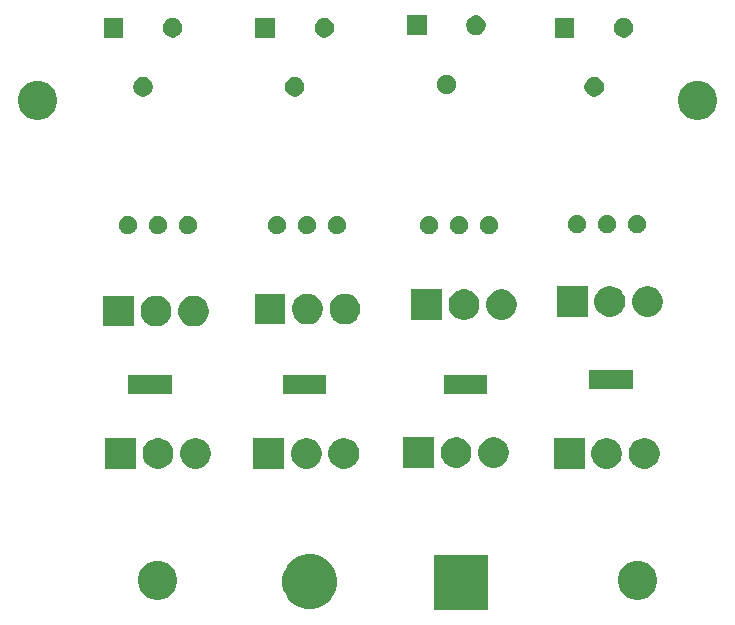
<source format=gbr>
G04 #@! TF.GenerationSoftware,KiCad,Pcbnew,(5.1.2)-1*
G04 #@! TF.CreationDate,2019-06-07T19:51:13-04:00*
G04 #@! TF.ProjectId,version-0-2,76657273-696f-46e2-9d30-2d322e6b6963,rev?*
G04 #@! TF.SameCoordinates,Original*
G04 #@! TF.FileFunction,Soldermask,Top*
G04 #@! TF.FilePolarity,Negative*
%FSLAX46Y46*%
G04 Gerber Fmt 4.6, Leading zero omitted, Abs format (unit mm)*
G04 Created by KiCad (PCBNEW (5.1.2)-1) date 2019-06-07 19:51:13*
%MOMM*%
%LPD*%
G04 APERTURE LIST*
%ADD10C,0.100000*%
G04 APERTURE END LIST*
D10*
G36*
X101640840Y-167574160D02*
G01*
X97037960Y-167574160D01*
X97037960Y-162971280D01*
X101640840Y-162971280D01*
X101640840Y-167574160D01*
X101640840Y-167574160D01*
G37*
G36*
X87201484Y-162996222D02*
G01*
X87620319Y-163169709D01*
X87620321Y-163169710D01*
X87810071Y-163296497D01*
X87997262Y-163421574D01*
X88317826Y-163742138D01*
X88569691Y-164119081D01*
X88743178Y-164537916D01*
X88831620Y-164982547D01*
X88831620Y-165435893D01*
X88743178Y-165880524D01*
X88742549Y-165882042D01*
X88569690Y-166299361D01*
X88317825Y-166676303D01*
X87997263Y-166996865D01*
X87620321Y-167248730D01*
X87620320Y-167248731D01*
X87620319Y-167248731D01*
X87201484Y-167422218D01*
X86756853Y-167510660D01*
X86303507Y-167510660D01*
X85858876Y-167422218D01*
X85440041Y-167248731D01*
X85440040Y-167248731D01*
X85440039Y-167248730D01*
X85063097Y-166996865D01*
X84742535Y-166676303D01*
X84490670Y-166299361D01*
X84317811Y-165882042D01*
X84317182Y-165880524D01*
X84228740Y-165435893D01*
X84228740Y-164982547D01*
X84317182Y-164537916D01*
X84490669Y-164119081D01*
X84742534Y-163742138D01*
X85063098Y-163421574D01*
X85250289Y-163296497D01*
X85440039Y-163169710D01*
X85440041Y-163169709D01*
X85858876Y-162996222D01*
X86303507Y-162907780D01*
X86756853Y-162907780D01*
X87201484Y-162996222D01*
X87201484Y-162996222D01*
G37*
G36*
X114675256Y-163491298D02*
G01*
X114781579Y-163512447D01*
X115082042Y-163636903D01*
X115352451Y-163817585D01*
X115582415Y-164047549D01*
X115763097Y-164317958D01*
X115854207Y-164537916D01*
X115887553Y-164618422D01*
X115951000Y-164937389D01*
X115951000Y-165262611D01*
X115887553Y-165581578D01*
X115763726Y-165880525D01*
X115763097Y-165882042D01*
X115582415Y-166152451D01*
X115352451Y-166382415D01*
X115082042Y-166563097D01*
X114781579Y-166687553D01*
X114675256Y-166708702D01*
X114462611Y-166751000D01*
X114137389Y-166751000D01*
X113924744Y-166708702D01*
X113818421Y-166687553D01*
X113517958Y-166563097D01*
X113247549Y-166382415D01*
X113017585Y-166152451D01*
X112836903Y-165882042D01*
X112836275Y-165880525D01*
X112712447Y-165581578D01*
X112649000Y-165262611D01*
X112649000Y-164937389D01*
X112712447Y-164618422D01*
X112745794Y-164537916D01*
X112836903Y-164317958D01*
X113017585Y-164047549D01*
X113247549Y-163817585D01*
X113517958Y-163636903D01*
X113818421Y-163512447D01*
X113924744Y-163491298D01*
X114137389Y-163449000D01*
X114462611Y-163449000D01*
X114675256Y-163491298D01*
X114675256Y-163491298D01*
G37*
G36*
X74035256Y-163491298D02*
G01*
X74141579Y-163512447D01*
X74442042Y-163636903D01*
X74712451Y-163817585D01*
X74942415Y-164047549D01*
X75123097Y-164317958D01*
X75214207Y-164537916D01*
X75247553Y-164618422D01*
X75311000Y-164937389D01*
X75311000Y-165262611D01*
X75247553Y-165581578D01*
X75123726Y-165880525D01*
X75123097Y-165882042D01*
X74942415Y-166152451D01*
X74712451Y-166382415D01*
X74442042Y-166563097D01*
X74141579Y-166687553D01*
X74035256Y-166708702D01*
X73822611Y-166751000D01*
X73497389Y-166751000D01*
X73284744Y-166708702D01*
X73178421Y-166687553D01*
X72877958Y-166563097D01*
X72607549Y-166382415D01*
X72377585Y-166152451D01*
X72196903Y-165882042D01*
X72196275Y-165880525D01*
X72072447Y-165581578D01*
X72009000Y-165262611D01*
X72009000Y-164937389D01*
X72072447Y-164618422D01*
X72105794Y-164537916D01*
X72196903Y-164317958D01*
X72377585Y-164047549D01*
X72607549Y-163817585D01*
X72877958Y-163636903D01*
X73178421Y-163512447D01*
X73284744Y-163491298D01*
X73497389Y-163449000D01*
X73822611Y-163449000D01*
X74035256Y-163491298D01*
X74035256Y-163491298D01*
G37*
G36*
X112063193Y-153097484D02*
G01*
X112299901Y-153195532D01*
X112299903Y-153195533D01*
X112512935Y-153337876D01*
X112694104Y-153519045D01*
X112794019Y-153668579D01*
X112836448Y-153732079D01*
X112934496Y-153968787D01*
X112984480Y-154220073D01*
X112984480Y-154476287D01*
X112934496Y-154727573D01*
X112862750Y-154900783D01*
X112836447Y-154964283D01*
X112694104Y-155177315D01*
X112512935Y-155358484D01*
X112299903Y-155500827D01*
X112299902Y-155500828D01*
X112299901Y-155500828D01*
X112063193Y-155598876D01*
X111811907Y-155648860D01*
X111555693Y-155648860D01*
X111304407Y-155598876D01*
X111067699Y-155500828D01*
X111067698Y-155500828D01*
X111067697Y-155500827D01*
X110854665Y-155358484D01*
X110673496Y-155177315D01*
X110531153Y-154964283D01*
X110504850Y-154900783D01*
X110433104Y-154727573D01*
X110383120Y-154476287D01*
X110383120Y-154220073D01*
X110433104Y-153968787D01*
X110531152Y-153732079D01*
X110573581Y-153668579D01*
X110673496Y-153519045D01*
X110854665Y-153337876D01*
X111067697Y-153195533D01*
X111067699Y-153195532D01*
X111304407Y-153097484D01*
X111555693Y-153047500D01*
X111811907Y-153047500D01*
X112063193Y-153097484D01*
X112063193Y-153097484D01*
G37*
G36*
X77247413Y-153097484D02*
G01*
X77484121Y-153195532D01*
X77484123Y-153195533D01*
X77697155Y-153337876D01*
X77878324Y-153519045D01*
X77978239Y-153668579D01*
X78020668Y-153732079D01*
X78118716Y-153968787D01*
X78168700Y-154220073D01*
X78168700Y-154476287D01*
X78118716Y-154727573D01*
X78046970Y-154900783D01*
X78020667Y-154964283D01*
X77878324Y-155177315D01*
X77697155Y-155358484D01*
X77484123Y-155500827D01*
X77484122Y-155500828D01*
X77484121Y-155500828D01*
X77247413Y-155598876D01*
X76996127Y-155648860D01*
X76739913Y-155648860D01*
X76488627Y-155598876D01*
X76251919Y-155500828D01*
X76251918Y-155500828D01*
X76251917Y-155500827D01*
X76038885Y-155358484D01*
X75857716Y-155177315D01*
X75715373Y-154964283D01*
X75689070Y-154900783D01*
X75617324Y-154727573D01*
X75567340Y-154476287D01*
X75567340Y-154220073D01*
X75617324Y-153968787D01*
X75715372Y-153732079D01*
X75757801Y-153668579D01*
X75857716Y-153519045D01*
X76038885Y-153337876D01*
X76251917Y-153195533D01*
X76251919Y-153195532D01*
X76488627Y-153097484D01*
X76739913Y-153047500D01*
X76996127Y-153047500D01*
X77247413Y-153097484D01*
X77247413Y-153097484D01*
G37*
G36*
X74072413Y-153097484D02*
G01*
X74309121Y-153195532D01*
X74309123Y-153195533D01*
X74522155Y-153337876D01*
X74703324Y-153519045D01*
X74803239Y-153668579D01*
X74845668Y-153732079D01*
X74943716Y-153968787D01*
X74993700Y-154220073D01*
X74993700Y-154476287D01*
X74943716Y-154727573D01*
X74871970Y-154900783D01*
X74845667Y-154964283D01*
X74703324Y-155177315D01*
X74522155Y-155358484D01*
X74309123Y-155500827D01*
X74309122Y-155500828D01*
X74309121Y-155500828D01*
X74072413Y-155598876D01*
X73821127Y-155648860D01*
X73564913Y-155648860D01*
X73313627Y-155598876D01*
X73076919Y-155500828D01*
X73076918Y-155500828D01*
X73076917Y-155500827D01*
X72863885Y-155358484D01*
X72682716Y-155177315D01*
X72540373Y-154964283D01*
X72514070Y-154900783D01*
X72442324Y-154727573D01*
X72392340Y-154476287D01*
X72392340Y-154220073D01*
X72442324Y-153968787D01*
X72540372Y-153732079D01*
X72582801Y-153668579D01*
X72682716Y-153519045D01*
X72863885Y-153337876D01*
X73076917Y-153195533D01*
X73076919Y-153195532D01*
X73313627Y-153097484D01*
X73564913Y-153047500D01*
X73821127Y-153047500D01*
X74072413Y-153097484D01*
X74072413Y-153097484D01*
G37*
G36*
X71818700Y-155648860D02*
G01*
X69217340Y-155648860D01*
X69217340Y-153047500D01*
X71818700Y-153047500D01*
X71818700Y-155648860D01*
X71818700Y-155648860D01*
G37*
G36*
X89805173Y-153097484D02*
G01*
X90041881Y-153195532D01*
X90041883Y-153195533D01*
X90254915Y-153337876D01*
X90436084Y-153519045D01*
X90535999Y-153668579D01*
X90578428Y-153732079D01*
X90676476Y-153968787D01*
X90726460Y-154220073D01*
X90726460Y-154476287D01*
X90676476Y-154727573D01*
X90604730Y-154900783D01*
X90578427Y-154964283D01*
X90436084Y-155177315D01*
X90254915Y-155358484D01*
X90041883Y-155500827D01*
X90041882Y-155500828D01*
X90041881Y-155500828D01*
X89805173Y-155598876D01*
X89553887Y-155648860D01*
X89297673Y-155648860D01*
X89046387Y-155598876D01*
X88809679Y-155500828D01*
X88809678Y-155500828D01*
X88809677Y-155500827D01*
X88596645Y-155358484D01*
X88415476Y-155177315D01*
X88273133Y-154964283D01*
X88246830Y-154900783D01*
X88175084Y-154727573D01*
X88125100Y-154476287D01*
X88125100Y-154220073D01*
X88175084Y-153968787D01*
X88273132Y-153732079D01*
X88315561Y-153668579D01*
X88415476Y-153519045D01*
X88596645Y-153337876D01*
X88809677Y-153195533D01*
X88809679Y-153195532D01*
X89046387Y-153097484D01*
X89297673Y-153047500D01*
X89553887Y-153047500D01*
X89805173Y-153097484D01*
X89805173Y-153097484D01*
G37*
G36*
X86630173Y-153097484D02*
G01*
X86866881Y-153195532D01*
X86866883Y-153195533D01*
X87079915Y-153337876D01*
X87261084Y-153519045D01*
X87360999Y-153668579D01*
X87403428Y-153732079D01*
X87501476Y-153968787D01*
X87551460Y-154220073D01*
X87551460Y-154476287D01*
X87501476Y-154727573D01*
X87429730Y-154900783D01*
X87403427Y-154964283D01*
X87261084Y-155177315D01*
X87079915Y-155358484D01*
X86866883Y-155500827D01*
X86866882Y-155500828D01*
X86866881Y-155500828D01*
X86630173Y-155598876D01*
X86378887Y-155648860D01*
X86122673Y-155648860D01*
X85871387Y-155598876D01*
X85634679Y-155500828D01*
X85634678Y-155500828D01*
X85634677Y-155500827D01*
X85421645Y-155358484D01*
X85240476Y-155177315D01*
X85098133Y-154964283D01*
X85071830Y-154900783D01*
X85000084Y-154727573D01*
X84950100Y-154476287D01*
X84950100Y-154220073D01*
X85000084Y-153968787D01*
X85098132Y-153732079D01*
X85140561Y-153668579D01*
X85240476Y-153519045D01*
X85421645Y-153337876D01*
X85634677Y-153195533D01*
X85634679Y-153195532D01*
X85871387Y-153097484D01*
X86122673Y-153047500D01*
X86378887Y-153047500D01*
X86630173Y-153097484D01*
X86630173Y-153097484D01*
G37*
G36*
X84376460Y-155648860D02*
G01*
X81775100Y-155648860D01*
X81775100Y-153047500D01*
X84376460Y-153047500D01*
X84376460Y-155648860D01*
X84376460Y-155648860D01*
G37*
G36*
X115238193Y-153097484D02*
G01*
X115474901Y-153195532D01*
X115474903Y-153195533D01*
X115687935Y-153337876D01*
X115869104Y-153519045D01*
X115969019Y-153668579D01*
X116011448Y-153732079D01*
X116109496Y-153968787D01*
X116159480Y-154220073D01*
X116159480Y-154476287D01*
X116109496Y-154727573D01*
X116037750Y-154900783D01*
X116011447Y-154964283D01*
X115869104Y-155177315D01*
X115687935Y-155358484D01*
X115474903Y-155500827D01*
X115474902Y-155500828D01*
X115474901Y-155500828D01*
X115238193Y-155598876D01*
X114986907Y-155648860D01*
X114730693Y-155648860D01*
X114479407Y-155598876D01*
X114242699Y-155500828D01*
X114242698Y-155500828D01*
X114242697Y-155500827D01*
X114029665Y-155358484D01*
X113848496Y-155177315D01*
X113706153Y-154964283D01*
X113679850Y-154900783D01*
X113608104Y-154727573D01*
X113558120Y-154476287D01*
X113558120Y-154220073D01*
X113608104Y-153968787D01*
X113706152Y-153732079D01*
X113748581Y-153668579D01*
X113848496Y-153519045D01*
X114029665Y-153337876D01*
X114242697Y-153195533D01*
X114242699Y-153195532D01*
X114479407Y-153097484D01*
X114730693Y-153047500D01*
X114986907Y-153047500D01*
X115238193Y-153097484D01*
X115238193Y-153097484D01*
G37*
G36*
X109809480Y-155648860D02*
G01*
X107208120Y-155648860D01*
X107208120Y-153047500D01*
X109809480Y-153047500D01*
X109809480Y-155648860D01*
X109809480Y-155648860D01*
G37*
G36*
X102489933Y-153033984D02*
G01*
X102643237Y-153097485D01*
X102726643Y-153132033D01*
X102939675Y-153274376D01*
X103120844Y-153455545D01*
X103263187Y-153668577D01*
X103263188Y-153668579D01*
X103361236Y-153905287D01*
X103411220Y-154156573D01*
X103411220Y-154412787D01*
X103361236Y-154664073D01*
X103263188Y-154900781D01*
X103263187Y-154900783D01*
X103120844Y-155113815D01*
X102939675Y-155294984D01*
X102726643Y-155437327D01*
X102726642Y-155437328D01*
X102726641Y-155437328D01*
X102489933Y-155535376D01*
X102238647Y-155585360D01*
X101982433Y-155585360D01*
X101731147Y-155535376D01*
X101494439Y-155437328D01*
X101494438Y-155437328D01*
X101494437Y-155437327D01*
X101281405Y-155294984D01*
X101100236Y-155113815D01*
X100957893Y-154900783D01*
X100957892Y-154900781D01*
X100859844Y-154664073D01*
X100809860Y-154412787D01*
X100809860Y-154156573D01*
X100859844Y-153905287D01*
X100957892Y-153668579D01*
X100957893Y-153668577D01*
X101100236Y-153455545D01*
X101281405Y-153274376D01*
X101494437Y-153132033D01*
X101577843Y-153097485D01*
X101731147Y-153033984D01*
X101982433Y-152984000D01*
X102238647Y-152984000D01*
X102489933Y-153033984D01*
X102489933Y-153033984D01*
G37*
G36*
X99314933Y-153033984D02*
G01*
X99468237Y-153097485D01*
X99551643Y-153132033D01*
X99764675Y-153274376D01*
X99945844Y-153455545D01*
X100088187Y-153668577D01*
X100088188Y-153668579D01*
X100186236Y-153905287D01*
X100236220Y-154156573D01*
X100236220Y-154412787D01*
X100186236Y-154664073D01*
X100088188Y-154900781D01*
X100088187Y-154900783D01*
X99945844Y-155113815D01*
X99764675Y-155294984D01*
X99551643Y-155437327D01*
X99551642Y-155437328D01*
X99551641Y-155437328D01*
X99314933Y-155535376D01*
X99063647Y-155585360D01*
X98807433Y-155585360D01*
X98556147Y-155535376D01*
X98319439Y-155437328D01*
X98319438Y-155437328D01*
X98319437Y-155437327D01*
X98106405Y-155294984D01*
X97925236Y-155113815D01*
X97782893Y-154900783D01*
X97782892Y-154900781D01*
X97684844Y-154664073D01*
X97634860Y-154412787D01*
X97634860Y-154156573D01*
X97684844Y-153905287D01*
X97782892Y-153668579D01*
X97782893Y-153668577D01*
X97925236Y-153455545D01*
X98106405Y-153274376D01*
X98319437Y-153132033D01*
X98402843Y-153097485D01*
X98556147Y-153033984D01*
X98807433Y-152984000D01*
X99063647Y-152984000D01*
X99314933Y-153033984D01*
X99314933Y-153033984D01*
G37*
G36*
X97061220Y-155585360D02*
G01*
X94459860Y-155585360D01*
X94459860Y-152984000D01*
X97061220Y-152984000D01*
X97061220Y-155585360D01*
X97061220Y-155585360D01*
G37*
G36*
X87941760Y-149327500D02*
G01*
X84239760Y-149327500D01*
X84239760Y-147725500D01*
X87941760Y-147725500D01*
X87941760Y-149327500D01*
X87941760Y-149327500D01*
G37*
G36*
X101568860Y-149327500D02*
G01*
X97866860Y-149327500D01*
X97866860Y-147725500D01*
X101568860Y-147725500D01*
X101568860Y-149327500D01*
X101568860Y-149327500D01*
G37*
G36*
X74863300Y-149327500D02*
G01*
X71161300Y-149327500D01*
X71161300Y-147725500D01*
X74863300Y-147725500D01*
X74863300Y-149327500D01*
X74863300Y-149327500D01*
G37*
G36*
X113915800Y-148870300D02*
G01*
X110213800Y-148870300D01*
X110213800Y-147268300D01*
X113915800Y-147268300D01*
X113915800Y-148870300D01*
X113915800Y-148870300D01*
G37*
G36*
X71658680Y-143606720D02*
G01*
X69057320Y-143606720D01*
X69057320Y-141005360D01*
X71658680Y-141005360D01*
X71658680Y-143606720D01*
X71658680Y-143606720D01*
G37*
G36*
X73912393Y-141055344D02*
G01*
X74149101Y-141153392D01*
X74149103Y-141153393D01*
X74362135Y-141295736D01*
X74543304Y-141476905D01*
X74685647Y-141689937D01*
X74685648Y-141689939D01*
X74783696Y-141926647D01*
X74833680Y-142177933D01*
X74833680Y-142434147D01*
X74783696Y-142685433D01*
X74690657Y-142910048D01*
X74685647Y-142922143D01*
X74543304Y-143135175D01*
X74362135Y-143316344D01*
X74149103Y-143458687D01*
X74149102Y-143458688D01*
X74149101Y-143458688D01*
X73912393Y-143556736D01*
X73661107Y-143606720D01*
X73404893Y-143606720D01*
X73153607Y-143556736D01*
X72916899Y-143458688D01*
X72916898Y-143458688D01*
X72916897Y-143458687D01*
X72703865Y-143316344D01*
X72522696Y-143135175D01*
X72380353Y-142922143D01*
X72375343Y-142910048D01*
X72282304Y-142685433D01*
X72232320Y-142434147D01*
X72232320Y-142177933D01*
X72282304Y-141926647D01*
X72380352Y-141689939D01*
X72380353Y-141689937D01*
X72522696Y-141476905D01*
X72703865Y-141295736D01*
X72916897Y-141153393D01*
X72916899Y-141153392D01*
X73153607Y-141055344D01*
X73404893Y-141005360D01*
X73661107Y-141005360D01*
X73912393Y-141055344D01*
X73912393Y-141055344D01*
G37*
G36*
X77087393Y-141055344D02*
G01*
X77324101Y-141153392D01*
X77324103Y-141153393D01*
X77537135Y-141295736D01*
X77718304Y-141476905D01*
X77860647Y-141689937D01*
X77860648Y-141689939D01*
X77958696Y-141926647D01*
X78008680Y-142177933D01*
X78008680Y-142434147D01*
X77958696Y-142685433D01*
X77865657Y-142910048D01*
X77860647Y-142922143D01*
X77718304Y-143135175D01*
X77537135Y-143316344D01*
X77324103Y-143458687D01*
X77324102Y-143458688D01*
X77324101Y-143458688D01*
X77087393Y-143556736D01*
X76836107Y-143606720D01*
X76579893Y-143606720D01*
X76328607Y-143556736D01*
X76091899Y-143458688D01*
X76091898Y-143458688D01*
X76091897Y-143458687D01*
X75878865Y-143316344D01*
X75697696Y-143135175D01*
X75555353Y-142922143D01*
X75550343Y-142910048D01*
X75457304Y-142685433D01*
X75407320Y-142434147D01*
X75407320Y-142177933D01*
X75457304Y-141926647D01*
X75555352Y-141689939D01*
X75555353Y-141689937D01*
X75697696Y-141476905D01*
X75878865Y-141295736D01*
X76091897Y-141153393D01*
X76091899Y-141153392D01*
X76328607Y-141055344D01*
X76579893Y-141005360D01*
X76836107Y-141005360D01*
X77087393Y-141055344D01*
X77087393Y-141055344D01*
G37*
G36*
X86719073Y-140872464D02*
G01*
X86853790Y-140928266D01*
X86955783Y-140970513D01*
X87168815Y-141112856D01*
X87349984Y-141294025D01*
X87492327Y-141507057D01*
X87492328Y-141507059D01*
X87590376Y-141743767D01*
X87640360Y-141995053D01*
X87640360Y-142251267D01*
X87590376Y-142502553D01*
X87555589Y-142586535D01*
X87492327Y-142739263D01*
X87349984Y-142952295D01*
X87168815Y-143133464D01*
X86955783Y-143275807D01*
X86955782Y-143275808D01*
X86955781Y-143275808D01*
X86719073Y-143373856D01*
X86467787Y-143423840D01*
X86211573Y-143423840D01*
X85960287Y-143373856D01*
X85723579Y-143275808D01*
X85723578Y-143275808D01*
X85723577Y-143275807D01*
X85510545Y-143133464D01*
X85329376Y-142952295D01*
X85187033Y-142739263D01*
X85123771Y-142586535D01*
X85088984Y-142502553D01*
X85039000Y-142251267D01*
X85039000Y-141995053D01*
X85088984Y-141743767D01*
X85187032Y-141507059D01*
X85187033Y-141507057D01*
X85329376Y-141294025D01*
X85510545Y-141112856D01*
X85723577Y-140970513D01*
X85825570Y-140928266D01*
X85960287Y-140872464D01*
X86211573Y-140822480D01*
X86467787Y-140822480D01*
X86719073Y-140872464D01*
X86719073Y-140872464D01*
G37*
G36*
X89894073Y-140872464D02*
G01*
X90028790Y-140928266D01*
X90130783Y-140970513D01*
X90343815Y-141112856D01*
X90524984Y-141294025D01*
X90667327Y-141507057D01*
X90667328Y-141507059D01*
X90765376Y-141743767D01*
X90815360Y-141995053D01*
X90815360Y-142251267D01*
X90765376Y-142502553D01*
X90730589Y-142586535D01*
X90667327Y-142739263D01*
X90524984Y-142952295D01*
X90343815Y-143133464D01*
X90130783Y-143275807D01*
X90130782Y-143275808D01*
X90130781Y-143275808D01*
X89894073Y-143373856D01*
X89642787Y-143423840D01*
X89386573Y-143423840D01*
X89135287Y-143373856D01*
X88898579Y-143275808D01*
X88898578Y-143275808D01*
X88898577Y-143275807D01*
X88685545Y-143133464D01*
X88504376Y-142952295D01*
X88362033Y-142739263D01*
X88298771Y-142586535D01*
X88263984Y-142502553D01*
X88214000Y-142251267D01*
X88214000Y-141995053D01*
X88263984Y-141743767D01*
X88362032Y-141507059D01*
X88362033Y-141507057D01*
X88504376Y-141294025D01*
X88685545Y-141112856D01*
X88898577Y-140970513D01*
X89000570Y-140928266D01*
X89135287Y-140872464D01*
X89386573Y-140822480D01*
X89642787Y-140822480D01*
X89894073Y-140872464D01*
X89894073Y-140872464D01*
G37*
G36*
X84465360Y-143423840D02*
G01*
X81864000Y-143423840D01*
X81864000Y-140822480D01*
X84465360Y-140822480D01*
X84465360Y-143423840D01*
X84465360Y-143423840D01*
G37*
G36*
X97726700Y-143058080D02*
G01*
X95125340Y-143058080D01*
X95125340Y-140456720D01*
X97726700Y-140456720D01*
X97726700Y-143058080D01*
X97726700Y-143058080D01*
G37*
G36*
X103155413Y-140506704D02*
G01*
X103392121Y-140604752D01*
X103392123Y-140604753D01*
X103605155Y-140747096D01*
X103786324Y-140928265D01*
X103909663Y-141112856D01*
X103928668Y-141141299D01*
X104026716Y-141378007D01*
X104076700Y-141629293D01*
X104076700Y-141885507D01*
X104026716Y-142136793D01*
X103928668Y-142373501D01*
X103928667Y-142373503D01*
X103786324Y-142586535D01*
X103605155Y-142767704D01*
X103392123Y-142910047D01*
X103392122Y-142910048D01*
X103392121Y-142910048D01*
X103155413Y-143008096D01*
X102904127Y-143058080D01*
X102647913Y-143058080D01*
X102396627Y-143008096D01*
X102159919Y-142910048D01*
X102159918Y-142910048D01*
X102159917Y-142910047D01*
X101946885Y-142767704D01*
X101765716Y-142586535D01*
X101623373Y-142373503D01*
X101623372Y-142373501D01*
X101525324Y-142136793D01*
X101475340Y-141885507D01*
X101475340Y-141629293D01*
X101525324Y-141378007D01*
X101623372Y-141141299D01*
X101642377Y-141112856D01*
X101765716Y-140928265D01*
X101946885Y-140747096D01*
X102159917Y-140604753D01*
X102159919Y-140604752D01*
X102396627Y-140506704D01*
X102647913Y-140456720D01*
X102904127Y-140456720D01*
X103155413Y-140506704D01*
X103155413Y-140506704D01*
G37*
G36*
X99980413Y-140506704D02*
G01*
X100217121Y-140604752D01*
X100217123Y-140604753D01*
X100430155Y-140747096D01*
X100611324Y-140928265D01*
X100734663Y-141112856D01*
X100753668Y-141141299D01*
X100851716Y-141378007D01*
X100901700Y-141629293D01*
X100901700Y-141885507D01*
X100851716Y-142136793D01*
X100753668Y-142373501D01*
X100753667Y-142373503D01*
X100611324Y-142586535D01*
X100430155Y-142767704D01*
X100217123Y-142910047D01*
X100217122Y-142910048D01*
X100217121Y-142910048D01*
X99980413Y-143008096D01*
X99729127Y-143058080D01*
X99472913Y-143058080D01*
X99221627Y-143008096D01*
X98984919Y-142910048D01*
X98984918Y-142910048D01*
X98984917Y-142910047D01*
X98771885Y-142767704D01*
X98590716Y-142586535D01*
X98448373Y-142373503D01*
X98448372Y-142373501D01*
X98350324Y-142136793D01*
X98300340Y-141885507D01*
X98300340Y-141629293D01*
X98350324Y-141378007D01*
X98448372Y-141141299D01*
X98467377Y-141112856D01*
X98590716Y-140928265D01*
X98771885Y-140747096D01*
X98984917Y-140604753D01*
X98984919Y-140604752D01*
X99221627Y-140506704D01*
X99472913Y-140456720D01*
X99729127Y-140456720D01*
X99980413Y-140506704D01*
X99980413Y-140506704D01*
G37*
G36*
X112327353Y-140232384D02*
G01*
X112564061Y-140330432D01*
X112564063Y-140330433D01*
X112777095Y-140472776D01*
X112958264Y-140653945D01*
X113020505Y-140747096D01*
X113100608Y-140866979D01*
X113198656Y-141103687D01*
X113248640Y-141354973D01*
X113248640Y-141611187D01*
X113198656Y-141862473D01*
X113172074Y-141926647D01*
X113100607Y-142099183D01*
X112958264Y-142312215D01*
X112777095Y-142493384D01*
X112564063Y-142635727D01*
X112564062Y-142635728D01*
X112564061Y-142635728D01*
X112327353Y-142733776D01*
X112076067Y-142783760D01*
X111819853Y-142783760D01*
X111568567Y-142733776D01*
X111331859Y-142635728D01*
X111331858Y-142635728D01*
X111331857Y-142635727D01*
X111118825Y-142493384D01*
X110937656Y-142312215D01*
X110795313Y-142099183D01*
X110723846Y-141926647D01*
X110697264Y-141862473D01*
X110647280Y-141611187D01*
X110647280Y-141354973D01*
X110697264Y-141103687D01*
X110795312Y-140866979D01*
X110875415Y-140747096D01*
X110937656Y-140653945D01*
X111118825Y-140472776D01*
X111331857Y-140330433D01*
X111331859Y-140330432D01*
X111568567Y-140232384D01*
X111819853Y-140182400D01*
X112076067Y-140182400D01*
X112327353Y-140232384D01*
X112327353Y-140232384D01*
G37*
G36*
X110073640Y-142783760D02*
G01*
X107472280Y-142783760D01*
X107472280Y-140182400D01*
X110073640Y-140182400D01*
X110073640Y-142783760D01*
X110073640Y-142783760D01*
G37*
G36*
X115502353Y-140232384D02*
G01*
X115739061Y-140330432D01*
X115739063Y-140330433D01*
X115952095Y-140472776D01*
X116133264Y-140653945D01*
X116195505Y-140747096D01*
X116275608Y-140866979D01*
X116373656Y-141103687D01*
X116423640Y-141354973D01*
X116423640Y-141611187D01*
X116373656Y-141862473D01*
X116347074Y-141926647D01*
X116275607Y-142099183D01*
X116133264Y-142312215D01*
X115952095Y-142493384D01*
X115739063Y-142635727D01*
X115739062Y-142635728D01*
X115739061Y-142635728D01*
X115502353Y-142733776D01*
X115251067Y-142783760D01*
X114994853Y-142783760D01*
X114743567Y-142733776D01*
X114506859Y-142635728D01*
X114506858Y-142635728D01*
X114506857Y-142635727D01*
X114293825Y-142493384D01*
X114112656Y-142312215D01*
X113970313Y-142099183D01*
X113898846Y-141926647D01*
X113872264Y-141862473D01*
X113822280Y-141611187D01*
X113822280Y-141354973D01*
X113872264Y-141103687D01*
X113970312Y-140866979D01*
X114050415Y-140747096D01*
X114112656Y-140653945D01*
X114293825Y-140472776D01*
X114506857Y-140330433D01*
X114506859Y-140330432D01*
X114743567Y-140232384D01*
X114994853Y-140182400D01*
X115251067Y-140182400D01*
X115502353Y-140232384D01*
X115502353Y-140232384D01*
G37*
G36*
X86419549Y-134270356D02*
G01*
X86518853Y-134290109D01*
X86659166Y-134348228D01*
X86785444Y-134432605D01*
X86892835Y-134539996D01*
X86977212Y-134666274D01*
X87035331Y-134806587D01*
X87064960Y-134955543D01*
X87064960Y-135107417D01*
X87035331Y-135256373D01*
X86977212Y-135396686D01*
X86892835Y-135522964D01*
X86785444Y-135630355D01*
X86659166Y-135714732D01*
X86518853Y-135772851D01*
X86419549Y-135792604D01*
X86369898Y-135802480D01*
X86218022Y-135802480D01*
X86168371Y-135792604D01*
X86069067Y-135772851D01*
X85928754Y-135714732D01*
X85802476Y-135630355D01*
X85695085Y-135522964D01*
X85610708Y-135396686D01*
X85552589Y-135256373D01*
X85522960Y-135107417D01*
X85522960Y-134955543D01*
X85552589Y-134806587D01*
X85610708Y-134666274D01*
X85695085Y-134539996D01*
X85802476Y-134432605D01*
X85928754Y-134348228D01*
X86069067Y-134290109D01*
X86168371Y-134270356D01*
X86218022Y-134260480D01*
X86369898Y-134260480D01*
X86419549Y-134270356D01*
X86419549Y-134270356D01*
G37*
G36*
X96775129Y-134270356D02*
G01*
X96874433Y-134290109D01*
X97014746Y-134348228D01*
X97141024Y-134432605D01*
X97248415Y-134539996D01*
X97332792Y-134666274D01*
X97390911Y-134806587D01*
X97420540Y-134955543D01*
X97420540Y-135107417D01*
X97390911Y-135256373D01*
X97332792Y-135396686D01*
X97248415Y-135522964D01*
X97141024Y-135630355D01*
X97014746Y-135714732D01*
X96874433Y-135772851D01*
X96775129Y-135792604D01*
X96725478Y-135802480D01*
X96573602Y-135802480D01*
X96523951Y-135792604D01*
X96424647Y-135772851D01*
X96284334Y-135714732D01*
X96158056Y-135630355D01*
X96050665Y-135522964D01*
X95966288Y-135396686D01*
X95908169Y-135256373D01*
X95878540Y-135107417D01*
X95878540Y-134955543D01*
X95908169Y-134806587D01*
X95966288Y-134666274D01*
X96050665Y-134539996D01*
X96158056Y-134432605D01*
X96284334Y-134348228D01*
X96424647Y-134290109D01*
X96523951Y-134270356D01*
X96573602Y-134260480D01*
X96725478Y-134260480D01*
X96775129Y-134270356D01*
X96775129Y-134270356D01*
G37*
G36*
X99315129Y-134270356D02*
G01*
X99414433Y-134290109D01*
X99554746Y-134348228D01*
X99681024Y-134432605D01*
X99788415Y-134539996D01*
X99872792Y-134666274D01*
X99930911Y-134806587D01*
X99960540Y-134955543D01*
X99960540Y-135107417D01*
X99930911Y-135256373D01*
X99872792Y-135396686D01*
X99788415Y-135522964D01*
X99681024Y-135630355D01*
X99554746Y-135714732D01*
X99414433Y-135772851D01*
X99315129Y-135792604D01*
X99265478Y-135802480D01*
X99113602Y-135802480D01*
X99063951Y-135792604D01*
X98964647Y-135772851D01*
X98824334Y-135714732D01*
X98698056Y-135630355D01*
X98590665Y-135522964D01*
X98506288Y-135396686D01*
X98448169Y-135256373D01*
X98418540Y-135107417D01*
X98418540Y-134955543D01*
X98448169Y-134806587D01*
X98506288Y-134666274D01*
X98590665Y-134539996D01*
X98698056Y-134432605D01*
X98824334Y-134348228D01*
X98964647Y-134290109D01*
X99063951Y-134270356D01*
X99113602Y-134260480D01*
X99265478Y-134260480D01*
X99315129Y-134270356D01*
X99315129Y-134270356D01*
G37*
G36*
X101855129Y-134270356D02*
G01*
X101954433Y-134290109D01*
X102094746Y-134348228D01*
X102221024Y-134432605D01*
X102328415Y-134539996D01*
X102412792Y-134666274D01*
X102470911Y-134806587D01*
X102500540Y-134955543D01*
X102500540Y-135107417D01*
X102470911Y-135256373D01*
X102412792Y-135396686D01*
X102328415Y-135522964D01*
X102221024Y-135630355D01*
X102094746Y-135714732D01*
X101954433Y-135772851D01*
X101855129Y-135792604D01*
X101805478Y-135802480D01*
X101653602Y-135802480D01*
X101603951Y-135792604D01*
X101504647Y-135772851D01*
X101364334Y-135714732D01*
X101238056Y-135630355D01*
X101130665Y-135522964D01*
X101046288Y-135396686D01*
X100988169Y-135256373D01*
X100958540Y-135107417D01*
X100958540Y-134955543D01*
X100988169Y-134806587D01*
X101046288Y-134666274D01*
X101130665Y-134539996D01*
X101238056Y-134432605D01*
X101364334Y-134348228D01*
X101504647Y-134290109D01*
X101603951Y-134270356D01*
X101653602Y-134260480D01*
X101805478Y-134260480D01*
X101855129Y-134270356D01*
X101855129Y-134270356D01*
G37*
G36*
X83879549Y-134270356D02*
G01*
X83978853Y-134290109D01*
X84119166Y-134348228D01*
X84245444Y-134432605D01*
X84352835Y-134539996D01*
X84437212Y-134666274D01*
X84495331Y-134806587D01*
X84524960Y-134955543D01*
X84524960Y-135107417D01*
X84495331Y-135256373D01*
X84437212Y-135396686D01*
X84352835Y-135522964D01*
X84245444Y-135630355D01*
X84119166Y-135714732D01*
X83978853Y-135772851D01*
X83879549Y-135792604D01*
X83829898Y-135802480D01*
X83678022Y-135802480D01*
X83628371Y-135792604D01*
X83529067Y-135772851D01*
X83388754Y-135714732D01*
X83262476Y-135630355D01*
X83155085Y-135522964D01*
X83070708Y-135396686D01*
X83012589Y-135256373D01*
X82982960Y-135107417D01*
X82982960Y-134955543D01*
X83012589Y-134806587D01*
X83070708Y-134666274D01*
X83155085Y-134539996D01*
X83262476Y-134432605D01*
X83388754Y-134348228D01*
X83529067Y-134290109D01*
X83628371Y-134270356D01*
X83678022Y-134260480D01*
X83829898Y-134260480D01*
X83879549Y-134270356D01*
X83879549Y-134270356D01*
G37*
G36*
X71258289Y-134270356D02*
G01*
X71357593Y-134290109D01*
X71497906Y-134348228D01*
X71624184Y-134432605D01*
X71731575Y-134539996D01*
X71815952Y-134666274D01*
X71874071Y-134806587D01*
X71903700Y-134955543D01*
X71903700Y-135107417D01*
X71874071Y-135256373D01*
X71815952Y-135396686D01*
X71731575Y-135522964D01*
X71624184Y-135630355D01*
X71497906Y-135714732D01*
X71357593Y-135772851D01*
X71258289Y-135792604D01*
X71208638Y-135802480D01*
X71056762Y-135802480D01*
X71007111Y-135792604D01*
X70907807Y-135772851D01*
X70767494Y-135714732D01*
X70641216Y-135630355D01*
X70533825Y-135522964D01*
X70449448Y-135396686D01*
X70391329Y-135256373D01*
X70361700Y-135107417D01*
X70361700Y-134955543D01*
X70391329Y-134806587D01*
X70449448Y-134666274D01*
X70533825Y-134539996D01*
X70641216Y-134432605D01*
X70767494Y-134348228D01*
X70907807Y-134290109D01*
X71007111Y-134270356D01*
X71056762Y-134260480D01*
X71208638Y-134260480D01*
X71258289Y-134270356D01*
X71258289Y-134270356D01*
G37*
G36*
X88959549Y-134270356D02*
G01*
X89058853Y-134290109D01*
X89199166Y-134348228D01*
X89325444Y-134432605D01*
X89432835Y-134539996D01*
X89517212Y-134666274D01*
X89575331Y-134806587D01*
X89604960Y-134955543D01*
X89604960Y-135107417D01*
X89575331Y-135256373D01*
X89517212Y-135396686D01*
X89432835Y-135522964D01*
X89325444Y-135630355D01*
X89199166Y-135714732D01*
X89058853Y-135772851D01*
X88959549Y-135792604D01*
X88909898Y-135802480D01*
X88758022Y-135802480D01*
X88708371Y-135792604D01*
X88609067Y-135772851D01*
X88468754Y-135714732D01*
X88342476Y-135630355D01*
X88235085Y-135522964D01*
X88150708Y-135396686D01*
X88092589Y-135256373D01*
X88062960Y-135107417D01*
X88062960Y-134955543D01*
X88092589Y-134806587D01*
X88150708Y-134666274D01*
X88235085Y-134539996D01*
X88342476Y-134432605D01*
X88468754Y-134348228D01*
X88609067Y-134290109D01*
X88708371Y-134270356D01*
X88758022Y-134260480D01*
X88909898Y-134260480D01*
X88959549Y-134270356D01*
X88959549Y-134270356D01*
G37*
G36*
X73798289Y-134270356D02*
G01*
X73897593Y-134290109D01*
X74037906Y-134348228D01*
X74164184Y-134432605D01*
X74271575Y-134539996D01*
X74355952Y-134666274D01*
X74414071Y-134806587D01*
X74443700Y-134955543D01*
X74443700Y-135107417D01*
X74414071Y-135256373D01*
X74355952Y-135396686D01*
X74271575Y-135522964D01*
X74164184Y-135630355D01*
X74037906Y-135714732D01*
X73897593Y-135772851D01*
X73798289Y-135792604D01*
X73748638Y-135802480D01*
X73596762Y-135802480D01*
X73547111Y-135792604D01*
X73447807Y-135772851D01*
X73307494Y-135714732D01*
X73181216Y-135630355D01*
X73073825Y-135522964D01*
X72989448Y-135396686D01*
X72931329Y-135256373D01*
X72901700Y-135107417D01*
X72901700Y-134955543D01*
X72931329Y-134806587D01*
X72989448Y-134666274D01*
X73073825Y-134539996D01*
X73181216Y-134432605D01*
X73307494Y-134348228D01*
X73447807Y-134290109D01*
X73547111Y-134270356D01*
X73596762Y-134260480D01*
X73748638Y-134260480D01*
X73798289Y-134270356D01*
X73798289Y-134270356D01*
G37*
G36*
X76338289Y-134270356D02*
G01*
X76437593Y-134290109D01*
X76577906Y-134348228D01*
X76704184Y-134432605D01*
X76811575Y-134539996D01*
X76895952Y-134666274D01*
X76954071Y-134806587D01*
X76983700Y-134955543D01*
X76983700Y-135107417D01*
X76954071Y-135256373D01*
X76895952Y-135396686D01*
X76811575Y-135522964D01*
X76704184Y-135630355D01*
X76577906Y-135714732D01*
X76437593Y-135772851D01*
X76338289Y-135792604D01*
X76288638Y-135802480D01*
X76136762Y-135802480D01*
X76087111Y-135792604D01*
X75987807Y-135772851D01*
X75847494Y-135714732D01*
X75721216Y-135630355D01*
X75613825Y-135522964D01*
X75529448Y-135396686D01*
X75471329Y-135256373D01*
X75441700Y-135107417D01*
X75441700Y-134955543D01*
X75471329Y-134806587D01*
X75529448Y-134666274D01*
X75613825Y-134539996D01*
X75721216Y-134432605D01*
X75847494Y-134348228D01*
X75987807Y-134290109D01*
X76087111Y-134270356D01*
X76136762Y-134260480D01*
X76288638Y-134260480D01*
X76338289Y-134270356D01*
X76338289Y-134270356D01*
G37*
G36*
X114387489Y-134178916D02*
G01*
X114486793Y-134198669D01*
X114627106Y-134256788D01*
X114753384Y-134341165D01*
X114860775Y-134448556D01*
X114945152Y-134574834D01*
X115003271Y-134715147D01*
X115032900Y-134864103D01*
X115032900Y-135015977D01*
X115003271Y-135164933D01*
X114945152Y-135305246D01*
X114860775Y-135431524D01*
X114753384Y-135538915D01*
X114627106Y-135623292D01*
X114486793Y-135681411D01*
X114387489Y-135701164D01*
X114337838Y-135711040D01*
X114185962Y-135711040D01*
X114136311Y-135701164D01*
X114037007Y-135681411D01*
X113896694Y-135623292D01*
X113770416Y-135538915D01*
X113663025Y-135431524D01*
X113578648Y-135305246D01*
X113520529Y-135164933D01*
X113490900Y-135015977D01*
X113490900Y-134864103D01*
X113520529Y-134715147D01*
X113578648Y-134574834D01*
X113663025Y-134448556D01*
X113770416Y-134341165D01*
X113896694Y-134256788D01*
X114037007Y-134198669D01*
X114136311Y-134178916D01*
X114185962Y-134169040D01*
X114337838Y-134169040D01*
X114387489Y-134178916D01*
X114387489Y-134178916D01*
G37*
G36*
X111847489Y-134178916D02*
G01*
X111946793Y-134198669D01*
X112087106Y-134256788D01*
X112213384Y-134341165D01*
X112320775Y-134448556D01*
X112405152Y-134574834D01*
X112463271Y-134715147D01*
X112492900Y-134864103D01*
X112492900Y-135015977D01*
X112463271Y-135164933D01*
X112405152Y-135305246D01*
X112320775Y-135431524D01*
X112213384Y-135538915D01*
X112087106Y-135623292D01*
X111946793Y-135681411D01*
X111847489Y-135701164D01*
X111797838Y-135711040D01*
X111645962Y-135711040D01*
X111596311Y-135701164D01*
X111497007Y-135681411D01*
X111356694Y-135623292D01*
X111230416Y-135538915D01*
X111123025Y-135431524D01*
X111038648Y-135305246D01*
X110980529Y-135164933D01*
X110950900Y-135015977D01*
X110950900Y-134864103D01*
X110980529Y-134715147D01*
X111038648Y-134574834D01*
X111123025Y-134448556D01*
X111230416Y-134341165D01*
X111356694Y-134256788D01*
X111497007Y-134198669D01*
X111596311Y-134178916D01*
X111645962Y-134169040D01*
X111797838Y-134169040D01*
X111847489Y-134178916D01*
X111847489Y-134178916D01*
G37*
G36*
X109307489Y-134178916D02*
G01*
X109406793Y-134198669D01*
X109547106Y-134256788D01*
X109673384Y-134341165D01*
X109780775Y-134448556D01*
X109865152Y-134574834D01*
X109923271Y-134715147D01*
X109952900Y-134864103D01*
X109952900Y-135015977D01*
X109923271Y-135164933D01*
X109865152Y-135305246D01*
X109780775Y-135431524D01*
X109673384Y-135538915D01*
X109547106Y-135623292D01*
X109406793Y-135681411D01*
X109307489Y-135701164D01*
X109257838Y-135711040D01*
X109105962Y-135711040D01*
X109056311Y-135701164D01*
X108957007Y-135681411D01*
X108816694Y-135623292D01*
X108690416Y-135538915D01*
X108583025Y-135431524D01*
X108498648Y-135305246D01*
X108440529Y-135164933D01*
X108410900Y-135015977D01*
X108410900Y-134864103D01*
X108440529Y-134715147D01*
X108498648Y-134574834D01*
X108583025Y-134448556D01*
X108690416Y-134341165D01*
X108816694Y-134256788D01*
X108957007Y-134198669D01*
X109056311Y-134178916D01*
X109105962Y-134169040D01*
X109257838Y-134169040D01*
X109307489Y-134178916D01*
X109307489Y-134178916D01*
G37*
G36*
X119755256Y-122851298D02*
G01*
X119861579Y-122872447D01*
X120162042Y-122996903D01*
X120432451Y-123177585D01*
X120662415Y-123407549D01*
X120843097Y-123677958D01*
X120967553Y-123978421D01*
X121031000Y-124297391D01*
X121031000Y-124622609D01*
X120967553Y-124941579D01*
X120843097Y-125242042D01*
X120662415Y-125512451D01*
X120432451Y-125742415D01*
X120162042Y-125923097D01*
X119861579Y-126047553D01*
X119755256Y-126068702D01*
X119542611Y-126111000D01*
X119217389Y-126111000D01*
X119004744Y-126068702D01*
X118898421Y-126047553D01*
X118597958Y-125923097D01*
X118327549Y-125742415D01*
X118097585Y-125512451D01*
X117916903Y-125242042D01*
X117792447Y-124941579D01*
X117729000Y-124622609D01*
X117729000Y-124297391D01*
X117792447Y-123978421D01*
X117916903Y-123677958D01*
X118097585Y-123407549D01*
X118327549Y-123177585D01*
X118597958Y-122996903D01*
X118898421Y-122872447D01*
X119004744Y-122851298D01*
X119217389Y-122809000D01*
X119542611Y-122809000D01*
X119755256Y-122851298D01*
X119755256Y-122851298D01*
G37*
G36*
X63875256Y-122851298D02*
G01*
X63981579Y-122872447D01*
X64282042Y-122996903D01*
X64552451Y-123177585D01*
X64782415Y-123407549D01*
X64963097Y-123677958D01*
X65087553Y-123978421D01*
X65151000Y-124297391D01*
X65151000Y-124622609D01*
X65087553Y-124941579D01*
X64963097Y-125242042D01*
X64782415Y-125512451D01*
X64552451Y-125742415D01*
X64282042Y-125923097D01*
X63981579Y-126047553D01*
X63875256Y-126068702D01*
X63662611Y-126111000D01*
X63337389Y-126111000D01*
X63124744Y-126068702D01*
X63018421Y-126047553D01*
X62717958Y-125923097D01*
X62447549Y-125742415D01*
X62217585Y-125512451D01*
X62036903Y-125242042D01*
X61912447Y-124941579D01*
X61849000Y-124622609D01*
X61849000Y-124297391D01*
X61912447Y-123978421D01*
X62036903Y-123677958D01*
X62217585Y-123407549D01*
X62447549Y-123177585D01*
X62717958Y-122996903D01*
X63018421Y-122872447D01*
X63124744Y-122851298D01*
X63337389Y-122809000D01*
X63662611Y-122809000D01*
X63875256Y-122851298D01*
X63875256Y-122851298D01*
G37*
G36*
X85511915Y-122526562D02*
G01*
X85662238Y-122588828D01*
X85797525Y-122679224D01*
X85912576Y-122794275D01*
X86002972Y-122929562D01*
X86065238Y-123079885D01*
X86096980Y-123239466D01*
X86096980Y-123402174D01*
X86065238Y-123561755D01*
X86002972Y-123712078D01*
X85912576Y-123847365D01*
X85797525Y-123962416D01*
X85662238Y-124052812D01*
X85511915Y-124115078D01*
X85352334Y-124146820D01*
X85189626Y-124146820D01*
X85030045Y-124115078D01*
X84879722Y-124052812D01*
X84744435Y-123962416D01*
X84629384Y-123847365D01*
X84538988Y-123712078D01*
X84476722Y-123561755D01*
X84444980Y-123402174D01*
X84444980Y-123239466D01*
X84476722Y-123079885D01*
X84538988Y-122929562D01*
X84629384Y-122794275D01*
X84744435Y-122679224D01*
X84879722Y-122588828D01*
X85030045Y-122526562D01*
X85189626Y-122494820D01*
X85352334Y-122494820D01*
X85511915Y-122526562D01*
X85511915Y-122526562D01*
G37*
G36*
X110863655Y-122526562D02*
G01*
X111013978Y-122588828D01*
X111149265Y-122679224D01*
X111264316Y-122794275D01*
X111354712Y-122929562D01*
X111416978Y-123079885D01*
X111448720Y-123239466D01*
X111448720Y-123402174D01*
X111416978Y-123561755D01*
X111354712Y-123712078D01*
X111264316Y-123847365D01*
X111149265Y-123962416D01*
X111013978Y-124052812D01*
X110863655Y-124115078D01*
X110704074Y-124146820D01*
X110541366Y-124146820D01*
X110381785Y-124115078D01*
X110231462Y-124052812D01*
X110096175Y-123962416D01*
X109981124Y-123847365D01*
X109890728Y-123712078D01*
X109828462Y-123561755D01*
X109796720Y-123402174D01*
X109796720Y-123239466D01*
X109828462Y-123079885D01*
X109890728Y-122929562D01*
X109981124Y-122794275D01*
X110096175Y-122679224D01*
X110231462Y-122588828D01*
X110381785Y-122526562D01*
X110541366Y-122494820D01*
X110704074Y-122494820D01*
X110863655Y-122526562D01*
X110863655Y-122526562D01*
G37*
G36*
X72669675Y-122526562D02*
G01*
X72819998Y-122588828D01*
X72955285Y-122679224D01*
X73070336Y-122794275D01*
X73160732Y-122929562D01*
X73222998Y-123079885D01*
X73254740Y-123239466D01*
X73254740Y-123402174D01*
X73222998Y-123561755D01*
X73160732Y-123712078D01*
X73070336Y-123847365D01*
X72955285Y-123962416D01*
X72819998Y-124052812D01*
X72669675Y-124115078D01*
X72510094Y-124146820D01*
X72347386Y-124146820D01*
X72187805Y-124115078D01*
X72037482Y-124052812D01*
X71902195Y-123962416D01*
X71787144Y-123847365D01*
X71696748Y-123712078D01*
X71634482Y-123561755D01*
X71602740Y-123402174D01*
X71602740Y-123239466D01*
X71634482Y-123079885D01*
X71696748Y-122929562D01*
X71787144Y-122794275D01*
X71902195Y-122679224D01*
X72037482Y-122588828D01*
X72187805Y-122526562D01*
X72347386Y-122494820D01*
X72510094Y-122494820D01*
X72669675Y-122526562D01*
X72669675Y-122526562D01*
G37*
G36*
X98351615Y-122308122D02*
G01*
X98501938Y-122370388D01*
X98637225Y-122460784D01*
X98752276Y-122575835D01*
X98842672Y-122711122D01*
X98904938Y-122861445D01*
X98936680Y-123021026D01*
X98936680Y-123183734D01*
X98904938Y-123343315D01*
X98842672Y-123493638D01*
X98752276Y-123628925D01*
X98637225Y-123743976D01*
X98501938Y-123834372D01*
X98351615Y-123896638D01*
X98192034Y-123928380D01*
X98029326Y-123928380D01*
X97869745Y-123896638D01*
X97719422Y-123834372D01*
X97584135Y-123743976D01*
X97469084Y-123628925D01*
X97378688Y-123493638D01*
X97316422Y-123343315D01*
X97284680Y-123183734D01*
X97284680Y-123021026D01*
X97316422Y-122861445D01*
X97378688Y-122711122D01*
X97469084Y-122575835D01*
X97584135Y-122460784D01*
X97719422Y-122370388D01*
X97869745Y-122308122D01*
X98029326Y-122276380D01*
X98192034Y-122276380D01*
X98351615Y-122308122D01*
X98351615Y-122308122D01*
G37*
G36*
X70754740Y-119146820D02*
G01*
X69102740Y-119146820D01*
X69102740Y-117494820D01*
X70754740Y-117494820D01*
X70754740Y-119146820D01*
X70754740Y-119146820D01*
G37*
G36*
X75169675Y-117526562D02*
G01*
X75319998Y-117588828D01*
X75455285Y-117679224D01*
X75570336Y-117794275D01*
X75660732Y-117929562D01*
X75722998Y-118079885D01*
X75754740Y-118239466D01*
X75754740Y-118402174D01*
X75722998Y-118561755D01*
X75660732Y-118712078D01*
X75570336Y-118847365D01*
X75455285Y-118962416D01*
X75319998Y-119052812D01*
X75169675Y-119115078D01*
X75010094Y-119146820D01*
X74847386Y-119146820D01*
X74687805Y-119115078D01*
X74537482Y-119052812D01*
X74402195Y-118962416D01*
X74287144Y-118847365D01*
X74196748Y-118712078D01*
X74134482Y-118561755D01*
X74102740Y-118402174D01*
X74102740Y-118239466D01*
X74134482Y-118079885D01*
X74196748Y-117929562D01*
X74287144Y-117794275D01*
X74402195Y-117679224D01*
X74537482Y-117588828D01*
X74687805Y-117526562D01*
X74847386Y-117494820D01*
X75010094Y-117494820D01*
X75169675Y-117526562D01*
X75169675Y-117526562D01*
G37*
G36*
X88011915Y-117526562D02*
G01*
X88162238Y-117588828D01*
X88297525Y-117679224D01*
X88412576Y-117794275D01*
X88502972Y-117929562D01*
X88565238Y-118079885D01*
X88596980Y-118239466D01*
X88596980Y-118402174D01*
X88565238Y-118561755D01*
X88502972Y-118712078D01*
X88412576Y-118847365D01*
X88297525Y-118962416D01*
X88162238Y-119052812D01*
X88011915Y-119115078D01*
X87852334Y-119146820D01*
X87689626Y-119146820D01*
X87530045Y-119115078D01*
X87379722Y-119052812D01*
X87244435Y-118962416D01*
X87129384Y-118847365D01*
X87038988Y-118712078D01*
X86976722Y-118561755D01*
X86944980Y-118402174D01*
X86944980Y-118239466D01*
X86976722Y-118079885D01*
X87038988Y-117929562D01*
X87129384Y-117794275D01*
X87244435Y-117679224D01*
X87379722Y-117588828D01*
X87530045Y-117526562D01*
X87689626Y-117494820D01*
X87852334Y-117494820D01*
X88011915Y-117526562D01*
X88011915Y-117526562D01*
G37*
G36*
X83596980Y-119146820D02*
G01*
X81944980Y-119146820D01*
X81944980Y-117494820D01*
X83596980Y-117494820D01*
X83596980Y-119146820D01*
X83596980Y-119146820D01*
G37*
G36*
X108948720Y-119146820D02*
G01*
X107296720Y-119146820D01*
X107296720Y-117494820D01*
X108948720Y-117494820D01*
X108948720Y-119146820D01*
X108948720Y-119146820D01*
G37*
G36*
X113363655Y-117526562D02*
G01*
X113513978Y-117588828D01*
X113649265Y-117679224D01*
X113764316Y-117794275D01*
X113854712Y-117929562D01*
X113916978Y-118079885D01*
X113948720Y-118239466D01*
X113948720Y-118402174D01*
X113916978Y-118561755D01*
X113854712Y-118712078D01*
X113764316Y-118847365D01*
X113649265Y-118962416D01*
X113513978Y-119052812D01*
X113363655Y-119115078D01*
X113204074Y-119146820D01*
X113041366Y-119146820D01*
X112881785Y-119115078D01*
X112731462Y-119052812D01*
X112596175Y-118962416D01*
X112481124Y-118847365D01*
X112390728Y-118712078D01*
X112328462Y-118561755D01*
X112296720Y-118402174D01*
X112296720Y-118239466D01*
X112328462Y-118079885D01*
X112390728Y-117929562D01*
X112481124Y-117794275D01*
X112596175Y-117679224D01*
X112731462Y-117588828D01*
X112881785Y-117526562D01*
X113041366Y-117494820D01*
X113204074Y-117494820D01*
X113363655Y-117526562D01*
X113363655Y-117526562D01*
G37*
G36*
X96436680Y-118928380D02*
G01*
X94784680Y-118928380D01*
X94784680Y-117276380D01*
X96436680Y-117276380D01*
X96436680Y-118928380D01*
X96436680Y-118928380D01*
G37*
G36*
X100851615Y-117308122D02*
G01*
X101001938Y-117370388D01*
X101137225Y-117460784D01*
X101252276Y-117575835D01*
X101342672Y-117711122D01*
X101404938Y-117861445D01*
X101436680Y-118021026D01*
X101436680Y-118183734D01*
X101404938Y-118343315D01*
X101342672Y-118493638D01*
X101252276Y-118628925D01*
X101137225Y-118743976D01*
X101001938Y-118834372D01*
X100851615Y-118896638D01*
X100692034Y-118928380D01*
X100529326Y-118928380D01*
X100369745Y-118896638D01*
X100219422Y-118834372D01*
X100084135Y-118743976D01*
X99969084Y-118628925D01*
X99878688Y-118493638D01*
X99816422Y-118343315D01*
X99784680Y-118183734D01*
X99784680Y-118021026D01*
X99816422Y-117861445D01*
X99878688Y-117711122D01*
X99969084Y-117575835D01*
X100084135Y-117460784D01*
X100219422Y-117370388D01*
X100369745Y-117308122D01*
X100529326Y-117276380D01*
X100692034Y-117276380D01*
X100851615Y-117308122D01*
X100851615Y-117308122D01*
G37*
M02*

</source>
